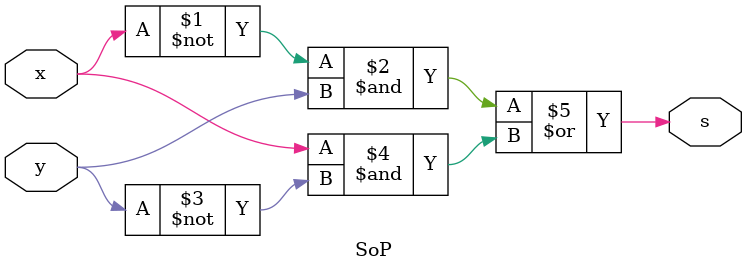
<source format=v>
module SoP (output s,
input x, y);
// mintermos
assign s = ( ~x & y ) // 1
| ( x & ~y ); // 2
endmodule // SoP

</source>
